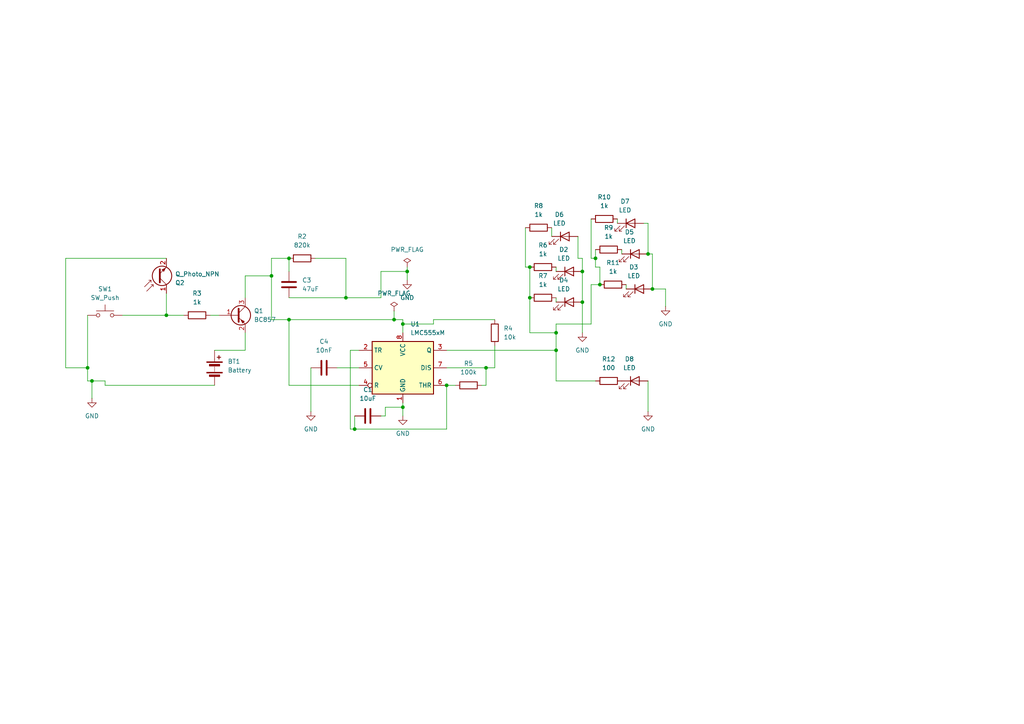
<source format=kicad_sch>
(kicad_sch (version 20231120) (generator "eeschema") (generator_version "8.0")
  (paper "A4")
  (lib_symbols
    (symbol "Device:Battery" (pin_numbers hide) (pin_names (offset 0) hide)
      (property "Reference" "BT" (at 2.54 2.54 0))
      (property "Value" "Battery" (at 2.54 0 0))
      (symbol "Battery_0_1"
        (rectangle (start -2.286 -1.27) (end 2.286 -1.524) (fill (type outline)))
        (rectangle (start -2.286 1.778) (end 2.286 1.524) (fill (type outline)))
        (rectangle (start -1.524 -2.032) (end 1.524 -2.54) (fill (type outline)))
        (rectangle (start -1.524 1.016) (end 1.524 0.508) (fill (type outline)))
        (polyline (pts (xy 0 -1.016) (xy 0 -0.762)))
        (polyline (pts (xy 0 -0.508) (xy 0 -0.254)))
        (polyline (pts (xy 0 0) (xy 0 0.254)))
        (polyline (pts (xy 0 1.778) (xy 0 2.54)))
        (polyline (pts (xy 0.762 3.048) (xy 1.778 3.048)) (stroke (width 0.254)))
        (polyline (pts (xy 1.27 3.556) (xy 1.27 2.54)) (stroke (width 0.254)))
      )
      (symbol "Battery_1_1"
        (pin passive line (at 0 5.08 270) (length 2.54) (name "+") (number "1"))
        (pin passive line (at 0 -5.08 90) (length 2.54) (name "-") (number "2"))
      )
    )
    (symbol "Device:C" (pin_numbers hide) (pin_names (offset 0.254))
      (property "Reference" "C" (at 0.635 2.54 0))
      (property "Value" "C" (at 0.635 -2.54 0))
      (symbol "C_0_1"
        (polyline (pts (xy -2.032 -0.762) (xy 2.032 -0.762)) (stroke (width 0.508)))
        (polyline (pts (xy -2.032 0.762) (xy 2.032 0.762)) (stroke (width 0.508)))
      )
      (symbol "C_1_1"
        (pin passive line (at 0 3.81 270) (length 2.794) (name "~") (number "1"))
        (pin passive line (at 0 -3.81 90) (length 2.794) (name "~") (number "2"))
      )
    )
    (symbol "Device:LED" (pin_numbers hide) (pin_names (offset 1.016) hide)
      (property "Reference" "D" (at 0 2.54 0))
      (property "Value" "LED" (at 0 -2.54 0))
      (symbol "LED_0_1"
        (polyline (pts (xy -1.27 -1.27) (xy -1.27 1.27)) (stroke (width 0.254)))
        (polyline (pts (xy -1.27 0) (xy 1.27 0)))
        (polyline (pts (xy 1.27 -1.27) (xy 1.27 1.27) (xy -1.27 0) (xy 1.27 -1.27)) (stroke (width 0.254)))
        (polyline (pts (xy -3.048 -0.762) (xy -4.572 -2.286) (xy -3.81 -2.286) (xy -4.572 -2.286) (xy -4.572 -1.524)))
        (polyline (pts (xy -1.778 -0.762) (xy -3.302 -2.286) (xy -2.54 -2.286) (xy -3.302 -2.286) (xy -3.302 -1.524)))
      )
      (symbol "LED_1_1"
        (pin passive line (at -3.81 0 0) (length 2.54) (name "K") (number "1"))
        (pin passive line (at 3.81 0 180) (length 2.54) (name "A") (number "2"))
      )
    )
    (symbol "Device:Q_Photo_NPN" (pin_names (offset 0) hide)
      (property "Reference" "Q" (at 5.08 1.27 0))
      (property "Value" "Q_Photo_NPN" (at 5.08 -1.27 0))
      (symbol "Q_Photo_NPN_0_1"
        (polyline (pts (xy -1.905 1.27) (xy -2.54 1.27)))
        (polyline (pts (xy -1.27 2.54) (xy -1.905 2.54)))
        (polyline (pts (xy 0.635 0.635) (xy 2.54 2.54)))
        (polyline (pts (xy -3.81 3.175) (xy -1.905 1.27) (xy -1.905 1.905)))
        (polyline (pts (xy -3.175 4.445) (xy -1.27 2.54) (xy -1.27 3.175)))
        (polyline (pts (xy 0.635 -0.635) (xy 2.54 -2.54) (xy 2.54 -2.54)))
        (polyline (pts (xy 0.635 1.905) (xy 0.635 -1.905) (xy 0.635 -1.905)) (stroke (width 0.508)))
        (polyline (pts (xy 1.27 -1.778) (xy 1.778 -1.27) (xy 2.286 -2.286) (xy 1.27 -1.778) (xy 1.27 -1.778)) (fill (type outline)))
        (circle (center 1.27 0) (radius 2.8194) (stroke (width 0.254)))
      )
      (symbol "Q_Photo_NPN_1_1"
        (pin passive line (at 2.54 5.08 270) (length 2.54) (name "C") (number "1"))
        (pin passive line (at 2.54 -5.08 90) (length 2.54) (name "E") (number "2"))
      )
    )
    (symbol "Device:R" (pin_numbers hide) (pin_names (offset 0))
      (property "Reference" "R" (at 2.032 0 90))
      (property "Value" "R" (at 0 0 90))
      (symbol "R_0_1"
        (rectangle (start -1.016 -2.54) (end 1.016 2.54) (stroke (width 0.254)))
      )
      (symbol "R_1_1"
        (pin passive line (at 0 3.81 270) (length 1.27) (name "~") (number "1"))
        (pin passive line (at 0 -3.81 90) (length 1.27) (name "~") (number "2"))
      )
    )
    (symbol "Switch:SW_Push" (pin_numbers hide) (pin_names (offset 1.016) hide)
      (property "Reference" "SW" (at 1.27 2.54 0))
      (property "Value" "SW_Push" (at 0 -1.524 0))
      (symbol "SW_Push_0_1"
        (circle (center -2.032 0) (radius 0.508))
        (polyline (pts (xy 0 1.27) (xy 0 3.048)))
        (polyline (pts (xy 2.54 1.27) (xy -2.54 1.27)))
        (circle (center 2.032 0) (radius 0.508))
        (pin passive line (at -5.08 0 0) (length 2.54) (name "1") (number "1"))
        (pin passive line (at 5.08 0 180) (length 2.54) (name "2") (number "2"))
      )
    )
    (symbol "Timer:LMC555xM"
      (property "Reference" "U" (at -10.16 8.89 0))
      (property "Value" "LMC555xM" (at 2.54 8.89 0))
      (symbol "LMC555xM_0_0"
        (pin power_in line (at 0 -10.16 90) (length 2.54) (name "GND") (number "1"))
        (pin power_in line (at 0 10.16 270) (length 2.54) (name "VCC") (number "8"))
      )
      (symbol "LMC555xM_0_1"
        (rectangle (start -8.89 -7.62) (end 8.89 7.62) (stroke (width 0.254)) (fill (type background)))
        (rectangle (start -8.89 -7.62) (end 8.89 7.62) (stroke (width 0.254)) (fill (type background)))
      )
      (symbol "LMC555xM_1_1"
        (pin input line (at -12.7 5.08 0) (length 3.81) (name "TR") (number "2"))
        (pin output line (at 12.7 5.08 180) (length 3.81) (name "Q") (number "3"))
        (pin input inverted (at -12.7 -5.08 0) (length 3.81) (name "R") (number "4"))
        (pin input line (at -12.7 0 0) (length 3.81) (name "CV") (number "5"))
        (pin input line (at 12.7 -5.08 180) (length 3.81) (name "THR") (number "6"))
        (pin input line (at 12.7 0 180) (length 3.81) (name "DIS") (number "7"))
      )
    )
    (symbol "Transistor_BJT:BC857" (pin_names (offset 0) hide)
      (property "Reference" "Q" (at 5.08 1.905 0))
      (property "Value" "BC857" (at 5.08 0 0))
      (symbol "BC857_0_1"
        (polyline (pts (xy 0.635 0.635) (xy 2.54 2.54)))
        (polyline (pts (xy 0.635 -0.635) (xy 2.54 -2.54) (xy 2.54 -2.54)))
        (polyline (pts (xy 0.635 1.905) (xy 0.635 -1.905) (xy 0.635 -1.905)) (stroke (width 0.508)))
        (polyline (pts (xy 2.286 -1.778) (xy 1.778 -2.286) (xy 1.27 -1.27) (xy 2.286 -1.778) (xy 2.286 -1.778)) (fill (type outline)))
        (circle (center 1.27 0) (radius 2.8194) (stroke (width 0.254)))
      )
      (symbol "BC857_1_1"
        (pin input line (at -5.08 0 0) (length 5.715) (name "B") (number "1"))
        (pin passive line (at 2.54 -5.08 90) (length 2.54) (name "E") (number "2"))
        (pin passive line (at 2.54 5.08 270) (length 2.54) (name "C") (number "3"))
      )
    )
    (symbol "power:GND" (power) (pin_numbers hide) (pin_names (offset 0) hide)
      (property "Value" "GND" (at 0 -3.81 0))
      (symbol "GND_0_1"
        (polyline (pts (xy 0 0) (xy 0 -1.27) (xy 1.27 -1.27) (xy 0 -2.54) (xy -1.27 -1.27) (xy 0 -1.27)))
      )
      (symbol "GND_1_1"
        (pin power_in line (at 0 0 270) (length 0) (name "~") (number "1"))
      )
    )
    (symbol "power:PWR_FLAG" (power) (pin_numbers hide) (pin_names (offset 0) hide)
      (property "Value" "PWR_FLAG" (at 0 3.81 0))
      (symbol "PWR_FLAG_0_0"
        (pin power_out line (at 0 0 90) (length 0) (name "~") (number "1"))
      )
      (symbol "PWR_FLAG_0_1"
        (polyline (pts (xy 0 0) (xy 0 1.27) (xy -1.016 1.905) (xy 0 2.54) (xy 1.016 1.905) (xy 0 1.27)))
      )
    )
  )
  (junction (at 161.29 96.52))
  (junction (at 78.74 80.01))
  (junction (at 26.67 110.49))
  (junction (at 187.96 73.66))
  (junction (at 118.11 78.74))
  (junction (at 83.82 92.71))
  (junction (at 83.82 74.93))
  (junction (at 189.23 83.82))
  (junction (at 168.91 87.63))
  (junction (at 153.67 86.36))
  (junction (at 129.54 111.76))
  (junction (at 116.84 93.98))
  (junction (at 153.67 77.47))
  (junction (at 114.3 92.71))
  (junction (at 140.97 106.68))
  (junction (at 172.72 74.93))
  (junction (at 100.33 86.36))
  (junction (at 102.87 124.46))
  (junction (at 48.26 91.44))
  (junction (at 25.4 106.68))
  (junction (at 116.84 118.11))
  (junction (at 161.29 101.6))
  (junction (at 173.99 82.55))
  (junction (at 168.91 78.74))
  (wire (pts (xy 173.99 77.47) (xy 172.72 77.47)))
  (wire (pts (xy 116.84 116.84) (xy 116.84 118.11)))
  (wire (pts (xy 116.84 118.11) (xy 116.84 120.65)))
  (wire (pts (xy 161.29 101.6) (xy 161.29 96.52)))
  (wire (pts (xy 102.87 120.65) (xy 102.87 124.46)))
  (wire (pts (xy 168.91 87.63) (xy 168.91 96.52)))
  (wire (pts (xy 153.67 77.47) (xy 153.67 86.36)))
  (wire (pts (xy 111.76 120.65) (xy 111.76 118.11)))
  (wire (pts (xy 62.23 101.6) (xy 71.12 101.6)))
  (wire (pts (xy 125.73 93.98) (xy 116.84 93.98)))
  (wire (pts (xy 161.29 101.6) (xy 161.29 110.49)))
  (wire (pts (xy 83.82 92.71) (xy 114.3 92.71)))
  (wire (pts (xy 62.23 111.76) (xy 30.48 111.76)))
  (wire (pts (xy 78.74 80.01) (xy 78.74 74.93)))
  (wire (pts (xy 129.54 106.68) (xy 140.97 106.68)))
  (wire (pts (xy 110.49 120.65) (xy 111.76 120.65)))
  (wire (pts (xy 35.56 91.44) (xy 48.26 91.44)))
  (wire (pts (xy 71.12 80.01) (xy 78.74 80.01)))
  (wire (pts (xy 26.67 110.49) (xy 30.48 110.49)))
  (wire (pts (xy 189.23 83.82) (xy 193.04 83.82)))
  (wire (pts (xy 100.33 86.36) (xy 110.49 86.36)))
  (wire (pts (xy 189.23 73.66) (xy 187.96 73.66)))
  (wire (pts (xy 173.99 82.55) (xy 173.99 77.47)))
  (wire (pts (xy 129.54 124.46) (xy 129.54 111.76)))
  (wire (pts (xy 48.26 74.93) (xy 19.05 74.93)))
  (wire (pts (xy 78.74 80.01) (xy 78.74 92.71)))
  (wire (pts (xy 116.84 93.98) (xy 116.84 96.52)))
  (wire (pts (xy 187.96 64.77) (xy 186.69 64.77)))
  (wire (pts (xy 111.76 118.11) (xy 116.84 118.11)))
  (wire (pts (xy 179.07 63.5) (xy 179.07 64.77)))
  (wire (pts (xy 102.87 124.46) (xy 129.54 124.46)))
  (wire (pts (xy 143.51 100.33) (xy 143.51 106.68)))
  (wire (pts (xy 143.51 92.71) (xy 125.73 92.71)))
  (wire (pts (xy 140.97 106.68) (xy 143.51 106.68)))
  (wire (pts (xy 19.05 74.93) (xy 19.05 106.68)))
  (wire (pts (xy 161.29 110.49) (xy 172.72 110.49)))
  (wire (pts (xy 187.96 110.49) (xy 187.96 119.38)))
  (wire (pts (xy 25.4 91.44) (xy 25.4 106.68)))
  (wire (pts (xy 90.17 106.68) (xy 90.17 119.38)))
  (wire (pts (xy 97.79 106.68) (xy 104.14 106.68)))
  (wire (pts (xy 83.82 111.76) (xy 83.82 92.71)))
  (wire (pts (xy 48.26 85.09) (xy 48.26 91.44)))
  (wire (pts (xy 125.73 92.71) (xy 125.73 93.98)))
  (wire (pts (xy 152.4 66.04) (xy 152.4 77.47)))
  (wire (pts (xy 168.91 74.93) (xy 168.91 78.74)))
  (wire (pts (xy 116.84 92.71) (xy 116.84 93.98)))
  (wire (pts (xy 167.64 68.58) (xy 167.64 74.93)))
  (wire (pts (xy 78.74 74.93) (xy 83.82 74.93)))
  (wire (pts (xy 161.29 93.98) (xy 171.45 93.98)))
  (wire (pts (xy 104.14 111.76) (xy 83.82 111.76)))
  (wire (pts (xy 101.6 124.46) (xy 102.87 124.46)))
  (wire (pts (xy 171.45 63.5) (xy 171.45 74.93)))
  (wire (pts (xy 110.49 86.36) (xy 110.49 78.74)))
  (wire (pts (xy 161.29 77.47) (xy 161.29 78.74)))
  (wire (pts (xy 110.49 78.74) (xy 118.11 78.74)))
  (wire (pts (xy 171.45 93.98) (xy 171.45 82.55)))
  (wire (pts (xy 114.3 92.71) (xy 116.84 92.71)))
  (wire (pts (xy 161.29 96.52) (xy 161.29 93.98)))
  (wire (pts (xy 189.23 83.82) (xy 189.23 73.66)))
  (wire (pts (xy 83.82 74.93) (xy 83.82 78.74)))
  (wire (pts (xy 118.11 77.47) (xy 118.11 78.74)))
  (wire (pts (xy 129.54 111.76) (xy 132.08 111.76)))
  (wire (pts (xy 139.7 111.76) (xy 140.97 111.76)))
  (wire (pts (xy 171.45 82.55) (xy 173.99 82.55)))
  (wire (pts (xy 30.48 111.76) (xy 30.48 110.49)))
  (wire (pts (xy 83.82 86.36) (xy 100.33 86.36)))
  (wire (pts (xy 78.74 92.71) (xy 83.82 92.71)))
  (wire (pts (xy 101.6 101.6) (xy 101.6 124.46)))
  (wire (pts (xy 100.33 74.93) (xy 100.33 86.36)))
  (wire (pts (xy 140.97 111.76) (xy 140.97 106.68)))
  (wire (pts (xy 167.64 74.93) (xy 168.91 74.93)))
  (wire (pts (xy 161.29 86.36) (xy 161.29 87.63)))
  (wire (pts (xy 71.12 101.6) (xy 71.12 96.52)))
  (wire (pts (xy 48.26 91.44) (xy 53.34 91.44)))
  (wire (pts (xy 114.3 90.17) (xy 114.3 92.71)))
  (wire (pts (xy 71.12 86.36) (xy 71.12 80.01)))
  (wire (pts (xy 19.05 106.68) (xy 25.4 106.68)))
  (wire (pts (xy 168.91 78.74) (xy 168.91 87.63)))
  (wire (pts (xy 180.34 72.39) (xy 180.34 73.66)))
  (wire (pts (xy 26.67 110.49) (xy 26.67 115.57)))
  (wire (pts (xy 129.54 101.6) (xy 161.29 101.6)))
  (wire (pts (xy 25.4 106.68) (xy 25.4 110.49)))
  (wire (pts (xy 193.04 83.82) (xy 193.04 88.9)))
  (wire (pts (xy 118.11 78.74) (xy 118.11 81.28)))
  (wire (pts (xy 91.44 74.93) (xy 100.33 74.93)))
  (wire (pts (xy 187.96 73.66) (xy 187.96 64.77)))
  (wire (pts (xy 171.45 74.93) (xy 172.72 74.93)))
  (wire (pts (xy 172.72 77.47) (xy 172.72 74.93)))
  (wire (pts (xy 153.67 86.36) (xy 153.67 96.52)))
  (wire (pts (xy 104.14 101.6) (xy 101.6 101.6)))
  (wire (pts (xy 181.61 82.55) (xy 181.61 83.82)))
  (wire (pts (xy 25.4 110.49) (xy 26.67 110.49)))
  (wire (pts (xy 160.02 66.04) (xy 160.02 68.58)))
  (wire (pts (xy 60.96 91.44) (xy 63.5 91.44)))
  (wire (pts (xy 152.4 77.47) (xy 153.67 77.47)))
  (wire (pts (xy 153.67 96.52) (xy 161.29 96.52)))
  (wire (pts (xy 172.72 74.93) (xy 172.72 72.39)))
  (symbol (lib_id "Device:R") (at 175.26 63.5 270) (unit 1)
    (property "Reference" "R10" (at 175.26 57.15 90))
    (property "Value" "1k" (at 175.26 59.69 90))
    (property "Footprint" "Resistor_SMD:R_0805_2012Metric" (effects (hide yes)))
    (property "Description" "Resistor" (effects (hide yes)))
  )
  (symbol (lib_id "Device:LED") (at 165.1 87.63 0) (unit 1)
    (property "Reference" "D4" (at 163.5125 81.28 0))
    (property "Value" "LED" (at 163.5125 83.82 0))
    (property "Footprint" "LED_SMD:LED_0805_2012Metric" (effects (hide yes)))
    (property "Description" "Light emitting diode" (effects (hide yes)))
  )
  (symbol (lib_id "Device:Q_Photo_NPN") (at 45.72 80.01 0) (mirror x) (unit 1)
    (property "Reference" "Q2" (at 50.8 82.0294 0) (effects (justify left)))
    (property "Value" "Q_Photo_NPN" (at 50.8 79.4894 0) (effects (justify left)))
    (property "Footprint" "Package_TO_SOT_SMD:SOT-23" (effects (hide yes)))
    (property "Description" "NPN phototransistor, collector/emitter" (effects (hide yes)))
  )
  (symbol (lib_id "Device:R") (at 157.48 77.47 270) (unit 1)
    (property "Reference" "R6" (at 157.48 71.12 90))
    (property "Value" "1k" (at 157.48 73.66 90))
    (property "Footprint" "Resistor_SMD:R_0805_2012Metric" (effects (hide yes)))
    (property "Description" "Resistor" (effects (hide yes)))
  )
  (symbol (lib_id "Device:R") (at 87.63 74.93 270) (unit 1)
    (property "Reference" "R2" (at 87.63 68.58 90))
    (property "Value" "820k" (at 87.63 71.12 90))
    (property "Footprint" "Resistor_SMD:R_0805_2012Metric" (effects (hide yes)))
    (property "Description" "Resistor" (effects (hide yes)))
  )
  (symbol (lib_id "power:GND") (at 168.91 96.52 0) (unit 1)
    (property "Reference" "#PWR05" (effects (hide yes)))
    (property "Value" "GND" (at 168.91 101.6 0))
    (property "Description" "Power symbol creates a global label with name \"GND\" , ground" (effects (hide yes)))
  )
  (symbol (lib_id "Device:R") (at 157.48 86.36 270) (unit 1)
    (property "Reference" "R7" (at 157.48 80.01 90))
    (property "Value" "1k" (at 157.48 82.55 90))
    (property "Footprint" "Resistor_SMD:R_0805_2012Metric" (effects (hide yes)))
    (property "Description" "Resistor" (effects (hide yes)))
  )
  (symbol (lib_id "Device:LED") (at 163.83 68.58 0) (unit 1)
    (property "Reference" "D6" (at 162.2425 62.23 0))
    (property "Value" "LED" (at 162.2425 64.77 0))
    (property "Footprint" "LED_SMD:LED_0805_2012Metric" (effects (hide yes)))
    (property "Description" "Light emitting diode" (effects (hide yes)))
  )
  (symbol (lib_id "Device:LED") (at 184.15 73.66 0) (unit 1)
    (property "Reference" "D5" (at 182.5625 67.31 0))
    (property "Value" "LED" (at 182.5625 69.85 0))
    (property "Footprint" "LED_SMD:LED_0805_2012Metric" (effects (hide yes)))
    (property "Description" "Light emitting diode" (effects (hide yes)))
  )
  (symbol (lib_id "power:PWR_FLAG") (at 114.3 90.17 0) (unit 1)
    (property "Reference" "#FLG01" (effects (hide yes)))
    (property "Value" "PWR_FLAG" (at 114.3 85.09 0))
    (property "Description" "Special symbol for telling ERC where power comes from" (effects (hide yes)))
  )
  (symbol (lib_id "power:PWR_FLAG") (at 118.11 77.47 0) (unit 1)
    (property "Reference" "#FLG02" (effects (hide yes)))
    (property "Value" "PWR_FLAG" (at 118.11 72.39 0))
    (property "Description" "Special symbol for telling ERC where power comes from" (effects (hide yes)))
  )
  (symbol (lib_id "Device:R") (at 176.53 110.49 90) (unit 1)
    (property "Reference" "R12" (at 176.53 104.14 90))
    (property "Value" "100" (at 176.53 106.68 90))
    (property "Footprint" "Resistor_SMD:R_0805_2012Metric" (effects (hide yes)))
    (property "Description" "Resistor" (effects (hide yes)))
  )
  (symbol (lib_id "Timer:LMC555xM") (at 116.84 106.68 0) (unit 1)
    (property "Reference" "U1" (at 119.0341 93.98 0) (effects (justify left)))
    (property "Value" "LMC555xM" (at 119.0341 96.52 0) (effects (justify left)))
    (property "Footprint" "Package_SO:SOIC-8_3.9x4.9mm_P1.27mm" (effects (hide yes)))
    (property "Datasheet" "http://www.ti.com/lit/ds/symlink/lmc555.pdf" (effects (hide yes)))
    (property "Description" "CMOS Timer, 555 compatible, SOIC-8" (effects (hide yes)))
  )
  (symbol (lib_id "Device:LED") (at 184.15 110.49 0) (unit 1)
    (property "Reference" "D8" (at 182.5625 104.14 0))
    (property "Value" "LED" (at 182.5625 106.68 0))
    (property "Footprint" "LED_SMD:LED_0805_2012Metric" (effects (hide yes)))
    (property "Description" "Light emitting diode" (effects (hide yes)))
  )
  (symbol (lib_id "Device:LED") (at 185.42 83.82 0) (unit 1)
    (property "Reference" "D3" (at 183.8325 77.47 0))
    (property "Value" "LED" (at 183.8325 80.01 0))
    (property "Footprint" "LED_SMD:LED_0805_2012Metric" (effects (hide yes)))
    (property "Description" "Light emitting diode" (effects (hide yes)))
  )
  (symbol (lib_id "power:GND") (at 26.67 115.57 0) (unit 1)
    (property "Reference" "#PWR02" (effects (hide yes)))
    (property "Value" "GND" (at 26.67 120.65 0))
    (property "Description" "Power symbol creates a global label with name \"GND\" , ground" (effects (hide yes)))
  )
  (symbol (lib_id "Device:R") (at 135.89 111.76 90) (unit 1)
    (property "Reference" "R5" (at 135.89 105.41 90))
    (property "Value" "100k" (at 135.89 107.95 90))
    (property "Footprint" "Resistor_SMD:R_0805_2012Metric" (effects (hide yes)))
    (property "Description" "Resistor" (effects (hide yes)))
  )
  (symbol (lib_id "Switch:SW_Push") (at 30.48 91.44 0) (unit 1)
    (property "Reference" "SW1" (at 30.48 83.82 0))
    (property "Value" "SW_Push" (at 30.48 86.36 0))
    (property "Footprint" "Button_Switch_SMD:SW_SPST_TL3342" (effects (hide yes)))
    (property "Description" "Push button switch, generic, two pins" (effects (hide yes)))
  )
  (symbol (lib_id "power:GND") (at 116.84 120.65 0) (unit 1)
    (property "Reference" "#PWR03" (effects (hide yes)))
    (property "Value" "GND" (at 116.84 125.73 0))
    (property "Description" "Power symbol creates a global label with name \"GND\" , ground" (effects (hide yes)))
  )
  (symbol (lib_id "Device:R") (at 57.15 91.44 90) (unit 1)
    (property "Reference" "R3" (at 57.15 85.09 90))
    (property "Value" "1k" (at 57.15 87.63 90))
    (property "Footprint" "Resistor_SMD:R_0805_2012Metric" (effects (hide yes)))
    (property "Description" "Resistor" (effects (hide yes)))
  )
  (symbol (lib_id "power:GND") (at 118.11 81.28 0) (unit 1)
    (property "Reference" "#PWR01" (effects (hide yes)))
    (property "Value" "GND" (at 118.11 86.36 0))
    (property "Description" "Power symbol creates a global label with name \"GND\" , ground" (effects (hide yes)))
  )
  (symbol (lib_id "Device:Battery") (at 62.23 106.68 0) (unit 1)
    (property "Reference" "BT1" (at 66.04 104.8384 0) (effects (justify left)))
    (property "Value" "Battery" (at 66.04 107.3784 0) (effects (justify left)))
    (property "Footprint" "Battery:BatteryHolder_Keystone_3002_1x2032" (effects (hide yes)))
    (property "Description" "Multiple-cell battery" (effects (hide yes)))
  )
  (symbol (lib_id "power:GND") (at 187.96 119.38 0) (unit 1)
    (property "Reference" "#PWR07" (effects (hide yes)))
    (property "Value" "GND" (at 187.96 124.46 0))
    (property "Description" "Power symbol creates a global label with name \"GND\" , ground" (effects (hide yes)))
  )
  (symbol (lib_id "Device:C") (at 83.82 82.55 0) (unit 1)
    (property "Reference" "C3" (at 87.63 81.2799 0) (effects (justify left)))
    (property "Value" "47uF" (at 87.63 83.8199 0) (effects (justify left)))
    (property "Footprint" "Capacitor_Tantalum_SMD:CP_EIA-3216-18_Kemet-A" (effects (hide yes)))
    (property "Description" "Unpolarized capacitor" (effects (hide yes)))
  )
  (symbol (lib_id "Device:R") (at 177.8 82.55 270) (unit 1)
    (property "Reference" "R11" (at 177.8 76.2 90))
    (property "Value" "1k" (at 177.8 78.74 90))
    (property "Footprint" "Resistor_SMD:R_0805_2012Metric" (effects (hide yes)))
    (property "Description" "Resistor" (effects (hide yes)))
  )
  (symbol (lib_id "Device:R") (at 176.53 72.39 270) (unit 1)
    (property "Reference" "R9" (at 176.53 66.04 90))
    (property "Value" "1k" (at 176.53 68.58 90))
    (property "Footprint" "Resistor_SMD:R_0805_2012Metric" (effects (hide yes)))
    (property "Description" "Resistor" (effects (hide yes)))
  )
  (symbol (lib_id "Device:LED") (at 182.88 64.77 0) (unit 1)
    (property "Reference" "D7" (at 181.2925 58.42 0))
    (property "Value" "LED" (at 181.2925 60.96 0))
    (property "Footprint" "LED_SMD:LED_0805_2012Metric" (effects (hide yes)))
    (property "Description" "Light emitting diode" (effects (hide yes)))
  )
  (symbol (lib_id "Device:R") (at 143.51 96.52 0) (unit 1)
    (property "Reference" "R4" (at 146.05 95.2499 0) (effects (justify left)))
    (property "Value" "10k" (at 146.05 97.7899 0) (effects (justify left)))
    (property "Footprint" "Resistor_SMD:R_0805_2012Metric" (effects (hide yes)))
    (property "Description" "Resistor" (effects (hide yes)))
  )
  (symbol (lib_id "Transistor_BJT:BC857") (at 68.58 91.44 0) (unit 1)
    (property "Reference" "Q1" (at 73.66 90.1699 0) (effects (justify left)))
    (property "Value" "BC857" (at 73.66 92.7099 0) (effects (justify left)))
    (property "Footprint" "Package_TO_SOT_SMD:SOT-23" (effects (hide yes)))
    (property "Datasheet" "https://www.onsemi.com/pub/Collateral/BC860-D.pdf" (effects (hide yes)))
    (property "Description" "0.1A Ic, 45V Vce, PNP Transistor, SOT-23" (effects (hide yes)))
  )
  (symbol (lib_id "Device:R") (at 156.21 66.04 270) (unit 1)
    (property "Reference" "R8" (at 156.21 59.69 90))
    (property "Value" "1k" (at 156.21 62.23 90))
    (property "Footprint" "Resistor_SMD:R_0805_2012Metric" (effects (hide yes)))
    (property "Description" "Resistor" (effects (hide yes)))
  )
  (symbol (lib_id "power:GND") (at 90.17 119.38 0) (unit 1)
    (property "Reference" "#PWR04" (effects (hide yes)))
    (property "Value" "GND" (at 90.17 124.46 0))
    (property "Description" "Power symbol creates a global label with name \"GND\" , ground" (effects (hide yes)))
  )
  (symbol (lib_id "Device:C") (at 106.68 120.65 90) (unit 1)
    (property "Reference" "C1" (at 106.68 113.03 90))
    (property "Value" "10uF" (at 106.68 115.57 90))
    (property "Footprint" "Resistor_SMD:R_0805_2012Metric" (effects (hide yes)))
    (property "Description" "Unpolarized capacitor" (effects (hide yes)))
  )
  (symbol (lib_id "Device:LED") (at 165.1 78.74 0) (unit 1)
    (property "Reference" "D2" (at 163.5125 72.39 0))
    (property "Value" "LED" (at 163.5125 74.93 0))
    (property "Footprint" "LED_SMD:LED_0805_2012Metric" (effects (hide yes)))
    (property "Description" "Light emitting diode" (effects (hide yes)))
  )
  (symbol (lib_id "power:GND") (at 193.04 88.9 0) (unit 1)
    (property "Reference" "#PWR06" (effects (hide yes)))
    (property "Value" "GND" (at 193.04 93.98 0))
    (property "Description" "Power symbol creates a global label with name \"GND\" , ground" (effects (hide yes)))
  )
  (symbol (lib_id "Device:C") (at 93.98 106.68 270) (unit 1)
    (property "Reference" "C4" (at 93.98 99.06 90))
    (property "Value" "10nF" (at 93.98 101.6 90))
    (property "Footprint" "Resistor_SMD:R_0805_2012Metric" (effects (hide yes)))
    (property "Description" "Unpolarized capacitor" (effects (hide yes)))
  )
)
</source>
